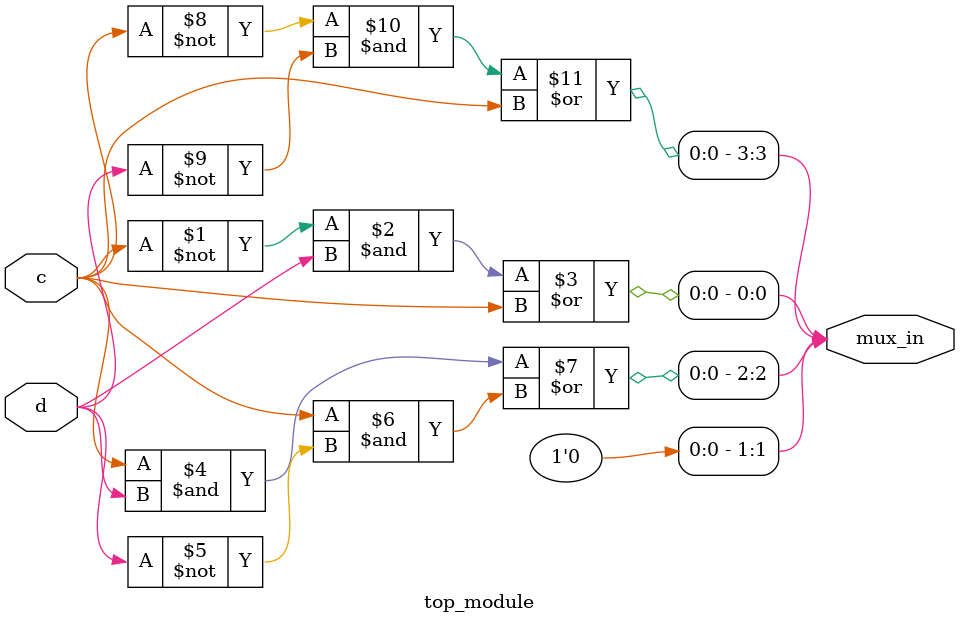
<source format=sv>
module top_module (
    input c,
    input d,
    output [3:0] mux_in
);

    // Based on the K-map, we need to define the 4-to-1 mux inputs:
    // mux_in[0] corresponds to ab = 00
    // mux_in[1] corresponds to ab = 01
    // mux_in[2] corresponds to ab = 11
    // mux_in[3] corresponds to ab = 10

    assign mux_in[0] = ~c & d | c; // Output is 1 for (c,d) = 01, 10, 11
    assign mux_in[1] = 1'b0; // Always 0 for (a,b) = 01
    assign mux_in[2] = c & d | c & ~d; // Output is 1 for (c,d) = 10, 11
    assign mux_in[3] = ~c & ~d | c; // Output is 1 for (c,d) = 00, 10, 11

endmodule

</source>
